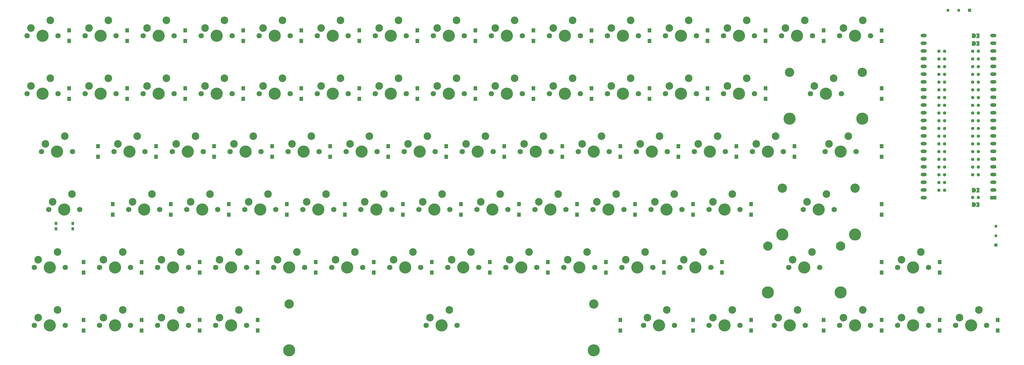
<source format=gts>
G04 #@! TF.GenerationSoftware,KiCad,Pcbnew,7.0.10*
G04 #@! TF.CreationDate,2024-01-23T22:17:01-03:00*
G04 #@! TF.ProjectId,PCB,5043422e-6b69-4636-9164-5f7063625858,V1.0*
G04 #@! TF.SameCoordinates,Original*
G04 #@! TF.FileFunction,Soldermask,Top*
G04 #@! TF.FilePolarity,Negative*
%FSLAX46Y46*%
G04 Gerber Fmt 4.6, Leading zero omitted, Abs format (unit mm)*
G04 Created by KiCad (PCBNEW 7.0.10) date 2024-01-23 22:17:01*
%MOMM*%
%LPD*%
G01*
G04 APERTURE LIST*
G04 Aperture macros list*
%AMRoundRect*
0 Rectangle with rounded corners*
0 $1 Rounding radius*
0 $2 $3 $4 $5 $6 $7 $8 $9 X,Y pos of 4 corners*
0 Add a 4 corners polygon primitive as box body*
4,1,4,$2,$3,$4,$5,$6,$7,$8,$9,$2,$3,0*
0 Add four circle primitives for the rounded corners*
1,1,$1+$1,$2,$3*
1,1,$1+$1,$4,$5*
1,1,$1+$1,$6,$7*
1,1,$1+$1,$8,$9*
0 Add four rect primitives between the rounded corners*
20,1,$1+$1,$2,$3,$4,$5,0*
20,1,$1+$1,$4,$5,$6,$7,0*
20,1,$1+$1,$6,$7,$8,$9,0*
20,1,$1+$1,$8,$9,$2,$3,0*%
%AMFreePoly0*
4,1,6,1.000000,0.000000,0.500000,-0.750000,-0.500000,-0.750000,-0.500000,0.750000,0.500000,0.750000,1.000000,0.000000,1.000000,0.000000,$1*%
%AMFreePoly1*
4,1,6,0.500000,-0.750000,-0.650000,-0.750000,-0.150000,0.000000,-0.650000,0.750000,0.500000,0.750000,0.500000,-0.750000,0.500000,-0.750000,$1*%
G04 Aperture macros list end*
%ADD10R,1.300000X1.400000*%
%ADD11C,1.750000*%
%ADD12C,4.000000*%
%ADD13C,2.500000*%
%ADD14RoundRect,0.237500X0.250000X0.237500X-0.250000X0.237500X-0.250000X-0.237500X0.250000X-0.237500X0*%
%ADD15RoundRect,0.237500X-0.250000X-0.237500X0.250000X-0.237500X0.250000X0.237500X-0.250000X0.237500X0*%
%ADD16FreePoly0,0.000000*%
%ADD17FreePoly1,0.000000*%
%ADD18C,3.048000*%
%ADD19C,3.987800*%
%ADD20R,2.000000X1.200000*%
%ADD21O,2.000000X1.200000*%
%ADD22R,1.000000X1.000000*%
%ADD23C,1.000000*%
%ADD24R,0.914000X1.000000*%
G04 APERTURE END LIST*
D10*
X65881250Y-58925000D03*
X65881250Y-55375000D03*
X51593750Y-135125000D03*
X51593750Y-131575000D03*
D11*
X33020000Y-57150000D03*
D12*
X38100000Y-57150000D03*
D11*
X43180000Y-57150000D03*
D13*
X34290000Y-54610000D03*
X40640000Y-52070000D03*
D10*
X199231250Y-58925000D03*
X199231250Y-55375000D03*
X275431250Y-39875000D03*
X275431250Y-36325000D03*
D14*
X345281250Y-68583796D03*
X343456250Y-68583796D03*
D11*
X256857500Y-133350000D03*
D12*
X261937500Y-133350000D03*
D11*
X267017500Y-133350000D03*
D13*
X258127500Y-130810000D03*
X264477500Y-128270000D03*
D15*
X332335500Y-53340000D03*
X334160500Y-53340000D03*
D10*
X256381250Y-39875000D03*
X256381250Y-36325000D03*
X51593750Y-116075000D03*
X51593750Y-112525000D03*
X161131250Y-58925000D03*
X161131250Y-55375000D03*
D15*
X332335500Y-63500000D03*
X334160500Y-63500000D03*
D10*
X108743750Y-116075000D03*
X108743750Y-112525000D03*
D16*
X343643750Y-88900000D03*
D17*
X345093750Y-88900000D03*
D11*
X90170000Y-57150000D03*
D12*
X95250000Y-57150000D03*
D11*
X100330000Y-57150000D03*
D13*
X91440000Y-54610000D03*
X97790000Y-52070000D03*
D10*
X199231250Y-39875000D03*
X199231250Y-36325000D03*
D14*
X345281250Y-76203796D03*
X343456250Y-76203796D03*
D10*
X84931250Y-39875000D03*
X84931250Y-36325000D03*
X113506250Y-77975000D03*
X113506250Y-74425000D03*
X218281250Y-39875000D03*
X218281250Y-36325000D03*
D11*
X94932500Y-133350000D03*
D12*
X100012500Y-133350000D03*
D11*
X105092500Y-133350000D03*
D13*
X96202500Y-130810000D03*
X102552500Y-128270000D03*
D10*
X313531250Y-58925000D03*
X313531250Y-55375000D03*
D15*
X332335500Y-86360000D03*
X334160500Y-86360000D03*
D10*
X313531250Y-77975000D03*
X313531250Y-74425000D03*
D11*
X318770000Y-133350000D03*
D12*
X323850000Y-133350000D03*
D11*
X328930000Y-133350000D03*
D13*
X320040000Y-130810000D03*
X326390000Y-128270000D03*
D14*
X345281250Y-45723796D03*
X343456250Y-45723796D03*
D11*
X85407500Y-95250000D03*
D12*
X90487500Y-95250000D03*
D11*
X95567500Y-95250000D03*
D13*
X86677500Y-92710000D03*
X93027500Y-90170000D03*
D10*
X256381250Y-58925000D03*
X256381250Y-55375000D03*
X294481250Y-135125000D03*
X294481250Y-131575000D03*
D16*
X343643750Y-38100000D03*
D17*
X345093750Y-38100000D03*
D10*
X184943750Y-116075000D03*
X184943750Y-112525000D03*
D11*
X213995000Y-76200000D03*
D12*
X219075000Y-76200000D03*
D11*
X224155000Y-76200000D03*
D13*
X215265000Y-73660000D03*
X221615000Y-71120000D03*
D11*
X271145000Y-76200000D03*
D12*
X276225000Y-76200000D03*
D11*
X281305000Y-76200000D03*
D13*
X272415000Y-73660000D03*
X278765000Y-71120000D03*
D11*
X37782500Y-76200000D03*
D12*
X42862500Y-76200000D03*
D11*
X47942500Y-76200000D03*
D13*
X39052500Y-73660000D03*
X45402500Y-71120000D03*
D18*
X276193250Y-107315000D03*
D19*
X276193250Y-122525000D03*
D18*
X300069250Y-107315000D03*
D19*
X300069250Y-122525000D03*
D10*
X61118750Y-97025000D03*
X61118750Y-93475000D03*
D11*
X156845000Y-76200000D03*
D12*
X161925000Y-76200000D03*
D11*
X167005000Y-76200000D03*
D13*
X158115000Y-73660000D03*
X164465000Y-71120000D03*
D10*
X75406250Y-77975000D03*
X75406250Y-74425000D03*
D11*
X294957500Y-76200000D03*
D12*
X300037500Y-76200000D03*
D11*
X305117500Y-76200000D03*
D13*
X296227500Y-73660000D03*
X302577500Y-71120000D03*
D11*
X80701250Y-76200000D03*
D12*
X85781250Y-76200000D03*
D11*
X90861250Y-76200000D03*
D13*
X81971250Y-73660000D03*
X88321250Y-71120000D03*
D15*
X343456250Y-73663796D03*
X345281250Y-73663796D03*
D11*
X166370000Y-57150000D03*
D12*
X171450000Y-57150000D03*
D11*
X176530000Y-57150000D03*
D13*
X167640000Y-54610000D03*
X173990000Y-52070000D03*
D20*
X350192731Y-91395876D03*
D21*
X350192731Y-88855876D03*
X350192731Y-86315876D03*
X350192731Y-83775876D03*
X350192731Y-81235876D03*
X350192731Y-78695876D03*
X350192731Y-76155876D03*
X350192731Y-73615876D03*
X350192731Y-71075876D03*
X350192731Y-68535876D03*
X350192731Y-65995876D03*
X350192731Y-63455876D03*
X350192731Y-60915876D03*
X350192731Y-58375876D03*
X350192731Y-55835876D03*
X350192731Y-53295876D03*
X350192731Y-50755876D03*
X350192731Y-48215876D03*
X350192731Y-45675876D03*
X350196411Y-43138596D03*
X350196411Y-40598596D03*
X350196411Y-38058596D03*
X327332731Y-38055876D03*
X327332731Y-40595876D03*
X327332731Y-43135876D03*
X327332731Y-45675876D03*
X327332731Y-48215876D03*
X327332731Y-50755876D03*
X327332731Y-53295876D03*
X327332731Y-55835876D03*
X327332731Y-58375876D03*
X327332731Y-60915876D03*
X327332731Y-63455876D03*
X327332731Y-65995876D03*
X327332731Y-68535876D03*
X327332731Y-71075876D03*
X327332731Y-73615876D03*
X327332731Y-76155876D03*
X327332731Y-78695876D03*
X327332731Y-81235876D03*
X327332731Y-83775876D03*
X327332731Y-86315876D03*
X327332731Y-88855876D03*
X327332731Y-91395876D03*
D11*
X66357500Y-95250000D03*
D12*
X71437500Y-95250000D03*
D11*
X76517500Y-95250000D03*
D13*
X67627500Y-92710000D03*
X73977500Y-90170000D03*
D14*
X345281250Y-43183796D03*
X343456250Y-43183796D03*
D10*
X132556250Y-77975000D03*
X132556250Y-74425000D03*
D14*
X345281250Y-78743796D03*
X343456250Y-78743796D03*
D10*
X165893750Y-116075000D03*
X165893750Y-112525000D03*
D15*
X332335500Y-43180000D03*
X334160500Y-43180000D03*
D10*
X270668750Y-135125000D03*
X270668750Y-131575000D03*
X208756250Y-77975000D03*
X208756250Y-74425000D03*
D11*
X223520000Y-57150000D03*
D12*
X228600000Y-57150000D03*
D11*
X233680000Y-57150000D03*
D13*
X224790000Y-54610000D03*
X231140000Y-52070000D03*
D10*
X151606250Y-77975000D03*
X151606250Y-74425000D03*
X46831250Y-58925000D03*
X46831250Y-55375000D03*
D22*
X342392000Y-29718000D03*
D11*
X256857500Y-95250000D03*
D12*
X261937500Y-95250000D03*
D11*
X267017500Y-95250000D03*
D13*
X258127500Y-92710000D03*
X264477500Y-90170000D03*
D10*
X227806250Y-77975000D03*
X227806250Y-74425000D03*
D11*
X290195000Y-57150000D03*
D12*
X295275000Y-57150000D03*
D11*
X300355000Y-57150000D03*
D13*
X291465000Y-54610000D03*
X297815000Y-52070000D03*
D11*
X261620000Y-38100000D03*
D12*
X266700000Y-38100000D03*
D11*
X271780000Y-38100000D03*
D13*
X262890000Y-35560000D03*
X269240000Y-33020000D03*
D15*
X343456250Y-71123796D03*
X345281250Y-71123796D03*
D14*
X345281250Y-55883796D03*
X343456250Y-55883796D03*
D10*
X142081250Y-58925000D03*
X142081250Y-55375000D03*
X137318750Y-97025000D03*
X137318750Y-93475000D03*
X246856250Y-77975000D03*
X246856250Y-74425000D03*
X80168750Y-97025000D03*
X80168750Y-93475000D03*
D11*
X283051250Y-114300000D03*
D12*
X288131250Y-114300000D03*
D11*
X293211250Y-114300000D03*
D13*
X284321250Y-111760000D03*
X290671250Y-109220000D03*
D14*
X345281250Y-48263796D03*
X343456250Y-48263796D03*
D11*
X204470000Y-57150000D03*
D12*
X209550000Y-57150000D03*
D11*
X214630000Y-57150000D03*
D13*
X205740000Y-54610000D03*
X212090000Y-52070000D03*
D10*
X237331250Y-58925000D03*
X237331250Y-55375000D03*
D11*
X242570000Y-38100000D03*
D12*
X247650000Y-38100000D03*
D11*
X252730000Y-38100000D03*
D13*
X243840000Y-35560000D03*
X250190000Y-33020000D03*
D11*
X318770000Y-114300000D03*
D12*
X323850000Y-114300000D03*
D11*
X328930000Y-114300000D03*
D13*
X320040000Y-111760000D03*
X326390000Y-109220000D03*
D11*
X287813750Y-95250000D03*
D12*
X292893750Y-95250000D03*
D11*
X297973750Y-95250000D03*
D13*
X289083750Y-92710000D03*
X295433750Y-90170000D03*
D10*
X146843750Y-116075000D03*
X146843750Y-112525000D03*
D11*
X252095000Y-76200000D03*
D12*
X257175000Y-76200000D03*
D11*
X262255000Y-76200000D03*
D13*
X253365000Y-73660000D03*
X259715000Y-71120000D03*
D10*
X242093750Y-116075000D03*
X242093750Y-112525000D03*
D11*
X209232500Y-114300000D03*
D12*
X214312500Y-114300000D03*
D11*
X219392500Y-114300000D03*
D13*
X210502500Y-111760000D03*
X216852500Y-109220000D03*
D11*
X204470000Y-38100000D03*
D12*
X209550000Y-38100000D03*
D11*
X214630000Y-38100000D03*
D13*
X205740000Y-35560000D03*
X212090000Y-33020000D03*
D11*
X113982500Y-114300000D03*
D12*
X119062500Y-114300000D03*
D11*
X124142500Y-114300000D03*
D13*
X115252500Y-111760000D03*
X121602500Y-109220000D03*
D11*
X299720000Y-38100000D03*
D12*
X304800000Y-38100000D03*
D11*
X309880000Y-38100000D03*
D13*
X300990000Y-35560000D03*
X307340000Y-33020000D03*
D11*
X228282500Y-114300000D03*
D12*
X233362500Y-114300000D03*
D11*
X238442500Y-114300000D03*
D13*
X229552500Y-111760000D03*
X235902500Y-109220000D03*
D11*
X161607500Y-95250000D03*
D12*
X166687500Y-95250000D03*
D11*
X171767500Y-95250000D03*
D13*
X162877500Y-92710000D03*
X169227500Y-90170000D03*
D11*
X199707500Y-95250000D03*
D12*
X204787500Y-95250000D03*
D11*
X209867500Y-95250000D03*
D13*
X200977500Y-92710000D03*
X207327500Y-90170000D03*
D11*
X75882500Y-133350000D03*
D12*
X80962500Y-133350000D03*
D11*
X86042500Y-133350000D03*
D13*
X77152500Y-130810000D03*
X83502500Y-128270000D03*
D11*
X75882500Y-114300000D03*
D12*
X80962500Y-114300000D03*
D11*
X86042500Y-114300000D03*
D13*
X77152500Y-111760000D03*
X83502500Y-109220000D03*
D15*
X332335500Y-58420000D03*
X334160500Y-58420000D03*
X332335500Y-68580000D03*
X334160500Y-68580000D03*
D11*
X137795000Y-76200000D03*
D12*
X142875000Y-76200000D03*
D11*
X147955000Y-76200000D03*
D13*
X139065000Y-73660000D03*
X145415000Y-71120000D03*
D15*
X332335500Y-66040000D03*
X334160500Y-66040000D03*
D10*
X65881250Y-39875000D03*
X65881250Y-36325000D03*
D11*
X104457500Y-95250000D03*
D12*
X109537500Y-95250000D03*
D11*
X114617500Y-95250000D03*
D13*
X105727500Y-92710000D03*
X112077500Y-90170000D03*
D15*
X332335500Y-45720000D03*
X334160500Y-45720000D03*
D11*
X118745000Y-76200000D03*
D12*
X123825000Y-76200000D03*
D11*
X128905000Y-76200000D03*
D13*
X120015000Y-73660000D03*
X126365000Y-71120000D03*
D10*
X46831250Y-39875000D03*
X46831250Y-36325000D03*
D11*
X94932500Y-114300000D03*
D12*
X100012500Y-114300000D03*
D11*
X105092500Y-114300000D03*
D13*
X96202500Y-111760000D03*
X102552500Y-109220000D03*
D14*
X345281250Y-60963796D03*
X343456250Y-60963796D03*
D11*
X123507500Y-95250000D03*
D12*
X128587500Y-95250000D03*
D11*
X133667500Y-95250000D03*
D13*
X124777500Y-92710000D03*
X131127500Y-90170000D03*
D11*
X147320000Y-38100000D03*
D12*
X152400000Y-38100000D03*
D11*
X157480000Y-38100000D03*
D13*
X148590000Y-35560000D03*
X154940000Y-33020000D03*
D11*
X128270000Y-38100000D03*
D12*
X133350000Y-38100000D03*
D11*
X138430000Y-38100000D03*
D13*
X129540000Y-35560000D03*
X135890000Y-33020000D03*
D11*
X223520000Y-38100000D03*
D12*
X228600000Y-38100000D03*
D11*
X233680000Y-38100000D03*
D13*
X224790000Y-35560000D03*
X231140000Y-33020000D03*
D11*
X152082500Y-114300000D03*
D12*
X157162500Y-114300000D03*
D11*
X162242500Y-114300000D03*
D13*
X153352500Y-111760000D03*
X159702500Y-109220000D03*
D11*
X194945000Y-76200000D03*
D12*
X200025000Y-76200000D03*
D11*
X205105000Y-76200000D03*
D13*
X196215000Y-73660000D03*
X202565000Y-71120000D03*
D11*
X147320000Y-57150000D03*
D12*
X152400000Y-57150000D03*
D11*
X157480000Y-57150000D03*
D13*
X148590000Y-54610000D03*
X154940000Y-52070000D03*
D10*
X313531250Y-39875000D03*
X313531250Y-36325000D03*
D23*
X338836000Y-29718000D03*
D11*
X185420000Y-57150000D03*
D12*
X190500000Y-57150000D03*
D11*
X195580000Y-57150000D03*
D13*
X186690000Y-54610000D03*
X193040000Y-52070000D03*
D10*
X223043750Y-116075000D03*
X223043750Y-112525000D03*
D11*
X133032500Y-114300000D03*
D12*
X138112500Y-114300000D03*
D11*
X143192500Y-114300000D03*
D13*
X134302500Y-111760000D03*
X140652500Y-109220000D03*
D14*
X345281250Y-66043796D03*
X343456250Y-66043796D03*
D11*
X71120000Y-38100000D03*
D12*
X76200000Y-38100000D03*
D11*
X81280000Y-38100000D03*
D13*
X72390000Y-35560000D03*
X78740000Y-33020000D03*
D10*
X123031250Y-58925000D03*
X123031250Y-55375000D03*
X232568750Y-97025000D03*
X232568750Y-93475000D03*
D11*
X175895000Y-76200000D03*
D12*
X180975000Y-76200000D03*
D11*
X186055000Y-76200000D03*
D13*
X177165000Y-73660000D03*
X183515000Y-71120000D03*
D18*
X283337000Y-50165000D03*
D19*
X283337000Y-65375000D03*
D18*
X307213000Y-50165000D03*
D19*
X307213000Y-65375000D03*
D10*
X203993750Y-116075000D03*
X203993750Y-112525000D03*
X89693750Y-135125000D03*
X89693750Y-131575000D03*
X99218750Y-97025000D03*
X99218750Y-93475000D03*
D11*
X61595000Y-76200000D03*
D12*
X66675000Y-76200000D03*
D11*
X71755000Y-76200000D03*
D13*
X62865000Y-73660000D03*
X69215000Y-71120000D03*
D10*
X161131250Y-39875000D03*
X161131250Y-36325000D03*
D11*
X109220000Y-38100000D03*
D12*
X114300000Y-38100000D03*
D11*
X119380000Y-38100000D03*
D13*
X110490000Y-35560000D03*
X116840000Y-33020000D03*
D11*
X35401250Y-133350000D03*
D12*
X40481250Y-133350000D03*
D11*
X45561250Y-133350000D03*
D13*
X36671250Y-130810000D03*
X43021250Y-128270000D03*
D10*
X180181250Y-39875000D03*
X180181250Y-36325000D03*
X313531250Y-135125000D03*
X313531250Y-131575000D03*
D23*
X351028000Y-100806250D03*
D10*
X261143750Y-116075000D03*
X261143750Y-112525000D03*
D15*
X332335500Y-88900000D03*
X334160500Y-88900000D03*
D16*
X343643750Y-93662500D03*
D17*
X345093750Y-93662500D03*
D10*
X313531250Y-97025000D03*
X313531250Y-93475000D03*
X94456250Y-77975000D03*
X94456250Y-74425000D03*
X213518750Y-97025000D03*
X213518750Y-93475000D03*
X127793750Y-116075000D03*
X127793750Y-112525000D03*
X227806250Y-135125000D03*
X227806250Y-131575000D03*
D18*
X280955750Y-88265000D03*
D19*
X280955750Y-103475000D03*
D18*
X304831750Y-88265000D03*
D19*
X304831750Y-103475000D03*
D11*
X33020000Y-38100000D03*
D12*
X38100000Y-38100000D03*
D11*
X43180000Y-38100000D03*
D13*
X34290000Y-35560000D03*
X40640000Y-33020000D03*
D23*
X351028000Y-103886000D03*
D11*
X52115000Y-57150000D03*
D12*
X57195000Y-57150000D03*
D11*
X62275000Y-57150000D03*
D13*
X53385000Y-54610000D03*
X59735000Y-52070000D03*
D14*
X345281250Y-83823796D03*
X343456250Y-83823796D03*
D10*
X170656250Y-77975000D03*
X170656250Y-74425000D03*
X123031250Y-39875000D03*
X123031250Y-36325000D03*
D11*
X280670000Y-38100000D03*
D12*
X285750000Y-38100000D03*
D11*
X290830000Y-38100000D03*
D13*
X281940000Y-35560000D03*
X288290000Y-33020000D03*
D11*
X166370000Y-38100000D03*
D12*
X171450000Y-38100000D03*
D11*
X176530000Y-38100000D03*
D13*
X167640000Y-35560000D03*
X173990000Y-33020000D03*
D11*
X90170000Y-38100000D03*
D12*
X95250000Y-38100000D03*
D11*
X100330000Y-38100000D03*
D13*
X91440000Y-35560000D03*
X97790000Y-33020000D03*
D14*
X345281250Y-81283796D03*
X343456250Y-81283796D03*
D11*
X52070000Y-38100000D03*
D12*
X57150000Y-38100000D03*
D11*
X62230000Y-38100000D03*
D13*
X53340000Y-35560000D03*
X59690000Y-33020000D03*
D11*
X247332500Y-114300000D03*
D12*
X252412500Y-114300000D03*
D11*
X257492500Y-114300000D03*
D13*
X248602500Y-111760000D03*
X254952500Y-109220000D03*
D11*
X35401250Y-114300000D03*
D12*
X40481250Y-114300000D03*
D11*
X45561250Y-114300000D03*
D13*
X36671250Y-111760000D03*
X43021250Y-109220000D03*
D22*
X351028000Y-106934000D03*
D14*
X345281250Y-58423796D03*
X343456250Y-58423796D03*
D10*
X275431250Y-58925000D03*
X275431250Y-55375000D03*
X103981250Y-58925000D03*
X103981250Y-55375000D03*
D15*
X332335500Y-81280000D03*
X334160500Y-81280000D03*
D11*
X40163750Y-95250000D03*
D12*
X45243750Y-95250000D03*
D11*
X50323750Y-95250000D03*
D13*
X41433750Y-92710000D03*
X47783750Y-90170000D03*
D15*
X343456250Y-91281250D03*
X345281250Y-91281250D03*
D11*
X185420000Y-38100000D03*
D12*
X190500000Y-38100000D03*
D11*
X195580000Y-38100000D03*
D13*
X186690000Y-35560000D03*
X193040000Y-33020000D03*
D11*
X278288750Y-133350000D03*
D12*
X283368750Y-133350000D03*
D11*
X288448750Y-133350000D03*
D13*
X279558750Y-130810000D03*
X285908750Y-128270000D03*
D16*
X343643750Y-40640000D03*
D17*
X345093750Y-40640000D03*
D15*
X332335500Y-50800000D03*
X334160500Y-50800000D03*
D11*
X235426250Y-133350000D03*
D12*
X240506250Y-133350000D03*
D11*
X245586250Y-133350000D03*
D13*
X236696250Y-130810000D03*
X243046250Y-128270000D03*
D14*
X345281250Y-53343796D03*
X343456250Y-53343796D03*
D10*
X218281250Y-58925000D03*
X218281250Y-55375000D03*
D11*
X56832500Y-114300000D03*
D12*
X61912500Y-114300000D03*
D11*
X66992500Y-114300000D03*
D13*
X58102500Y-111760000D03*
X64452500Y-109220000D03*
D10*
X56356250Y-77975000D03*
X56356250Y-74425000D03*
D11*
X128270000Y-57150000D03*
D12*
X133350000Y-57150000D03*
D11*
X138430000Y-57150000D03*
D13*
X129540000Y-54610000D03*
X135890000Y-52070000D03*
D14*
X334160500Y-73660000D03*
X332335500Y-73660000D03*
D11*
X233045000Y-76200000D03*
D12*
X238125000Y-76200000D03*
D11*
X243205000Y-76200000D03*
D13*
X234315000Y-73660000D03*
X240665000Y-71120000D03*
D11*
X71120000Y-57150000D03*
D12*
X76200000Y-57150000D03*
D11*
X81280000Y-57150000D03*
D13*
X72390000Y-54610000D03*
X78740000Y-52070000D03*
D11*
X142557500Y-95250000D03*
D12*
X147637500Y-95250000D03*
D11*
X152717500Y-95250000D03*
D13*
X143827500Y-92710000D03*
X150177500Y-90170000D03*
D11*
X337820000Y-133350000D03*
D12*
X342900000Y-133350000D03*
D11*
X347980000Y-133350000D03*
D13*
X339090000Y-130810000D03*
X345440000Y-128270000D03*
D11*
X163988750Y-133350000D03*
D12*
X169068750Y-133350000D03*
D11*
X174148750Y-133350000D03*
D13*
X165258750Y-130810000D03*
X171608750Y-128270000D03*
D11*
X190182500Y-114300000D03*
D12*
X195262500Y-114300000D03*
D11*
X200342500Y-114300000D03*
D13*
X191452500Y-111760000D03*
X197802500Y-109220000D03*
D10*
X294481250Y-39875000D03*
X294481250Y-36325000D03*
X284956250Y-77975000D03*
X284956250Y-74425000D03*
D11*
X299720000Y-133350000D03*
D12*
X304800000Y-133350000D03*
D11*
X309880000Y-133350000D03*
D13*
X300990000Y-130810000D03*
X307340000Y-128270000D03*
D10*
X189706250Y-77975000D03*
X189706250Y-74425000D03*
D11*
X180657500Y-95250000D03*
D12*
X185737500Y-95250000D03*
D11*
X190817500Y-95250000D03*
D13*
X181927500Y-92710000D03*
X188277500Y-90170000D03*
D11*
X242570000Y-57150000D03*
D12*
X247650000Y-57150000D03*
D11*
X252730000Y-57150000D03*
D13*
X243840000Y-54610000D03*
X250190000Y-52070000D03*
D11*
X171132500Y-114300000D03*
D12*
X176212500Y-114300000D03*
D11*
X181292500Y-114300000D03*
D13*
X172402500Y-111760000D03*
X178752500Y-109220000D03*
D15*
X332335500Y-55880000D03*
X334160500Y-55880000D03*
D10*
X265906250Y-77975000D03*
X265906250Y-74425000D03*
D18*
X119068750Y-126365000D03*
D19*
X119068750Y-141575000D03*
D18*
X219068750Y-126365000D03*
D19*
X219068750Y-141575000D03*
D10*
X351631250Y-135125000D03*
X351631250Y-131575000D03*
D15*
X332335500Y-60960000D03*
X334160500Y-60960000D03*
D10*
X103981250Y-39875000D03*
X103981250Y-36325000D03*
D11*
X109220000Y-57150000D03*
D12*
X114300000Y-57150000D03*
D11*
X119380000Y-57150000D03*
D13*
X110490000Y-54610000D03*
X116840000Y-52070000D03*
D11*
X99695000Y-76200000D03*
D12*
X104775000Y-76200000D03*
D11*
X109855000Y-76200000D03*
D13*
X100965000Y-73660000D03*
X107315000Y-71120000D03*
D23*
X335280000Y-29718000D03*
D10*
X175418750Y-97025000D03*
X175418750Y-93475000D03*
D11*
X56832500Y-133350000D03*
D12*
X61912500Y-133350000D03*
D11*
X66992500Y-133350000D03*
D13*
X58102500Y-130810000D03*
X64452500Y-128270000D03*
D10*
X142081250Y-39875000D03*
X142081250Y-36325000D03*
X180181250Y-58925000D03*
X180181250Y-55375000D03*
X270668750Y-97025000D03*
X270668750Y-93475000D03*
X156368750Y-97025000D03*
X156368750Y-93475000D03*
D11*
X218757500Y-95250000D03*
D12*
X223837500Y-95250000D03*
D11*
X228917500Y-95250000D03*
D13*
X220027500Y-92710000D03*
X226377500Y-90170000D03*
D15*
X332335500Y-83820000D03*
X334160500Y-83820000D03*
D14*
X334160500Y-71120000D03*
X332335500Y-71120000D03*
X345281250Y-63503796D03*
X343456250Y-63503796D03*
X334160500Y-78740000D03*
X332335500Y-78740000D03*
D10*
X118268750Y-97025000D03*
X118268750Y-93475000D03*
X251618750Y-135125000D03*
X251618750Y-131575000D03*
X194468750Y-97025000D03*
X194468750Y-93475000D03*
X70643750Y-116075000D03*
X70643750Y-112525000D03*
X108743750Y-135125000D03*
X108743750Y-131575000D03*
X332581250Y-135125000D03*
X332581250Y-131575000D03*
D15*
X332335500Y-48260000D03*
X334160500Y-48260000D03*
D10*
X313531250Y-116075000D03*
X313531250Y-112525000D03*
X84931250Y-58925000D03*
X84931250Y-55375000D03*
X237331250Y-39875000D03*
X237331250Y-36325000D03*
D14*
X334160500Y-76200000D03*
X332335500Y-76200000D03*
D11*
X261620000Y-57150000D03*
D12*
X266700000Y-57150000D03*
D11*
X271780000Y-57150000D03*
D13*
X262890000Y-54610000D03*
X269240000Y-52070000D03*
D14*
X345281250Y-50803796D03*
X343456250Y-50803796D03*
D11*
X237807500Y-95250000D03*
D12*
X242887500Y-95250000D03*
D11*
X247967500Y-95250000D03*
D13*
X239077500Y-92710000D03*
X245427500Y-90170000D03*
D10*
X89693750Y-116075000D03*
X89693750Y-112525000D03*
X251618750Y-97025000D03*
X251618750Y-93475000D03*
X332581250Y-116075000D03*
X332581250Y-112525000D03*
X70643750Y-135125000D03*
X70643750Y-131575000D03*
D24*
X47986750Y-99850000D03*
X47986750Y-101600000D03*
X42500750Y-101600000D03*
X42500750Y-99850000D03*
M02*

</source>
